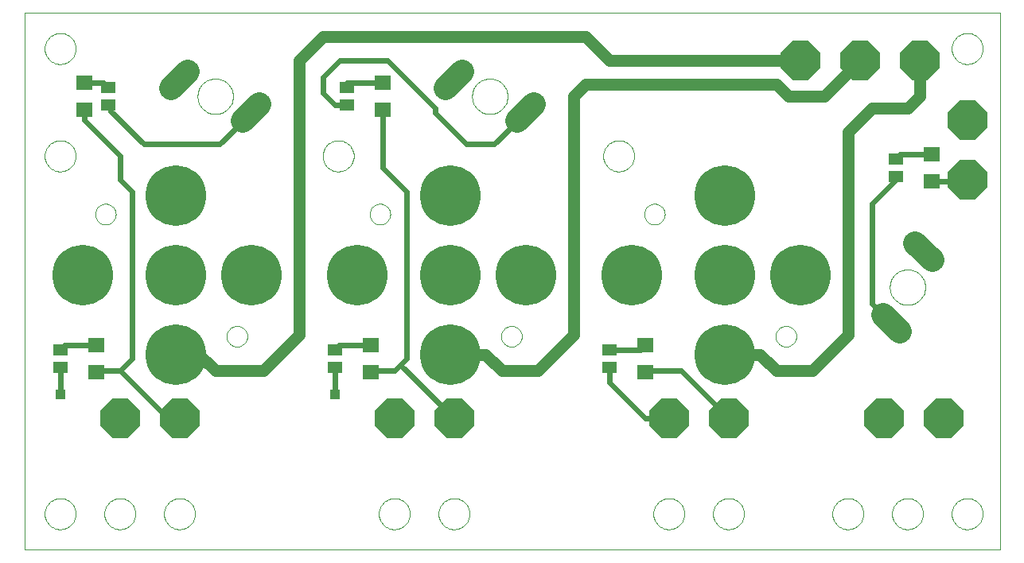
<source format=gtl>
G75*
G70*
%OFA0B0*%
%FSLAX24Y24*%
%IPPOS*%
%LPD*%
%AMOC8*
5,1,8,0,0,1.08239X$1,22.5*
%
%ADD10C,0.0000*%
%ADD11C,0.2540*%
%ADD12C,0.1000*%
%ADD13OC8,0.1640*%
%ADD14R,0.0710X0.0630*%
%ADD15R,0.0630X0.0512*%
%ADD16C,0.0500*%
%ADD17C,0.0240*%
%ADD18R,0.0396X0.0396*%
D10*
X000101Y003820D02*
X000101Y026316D01*
X040971Y026316D01*
X040971Y003820D01*
X000101Y003820D01*
X000951Y005320D02*
X000953Y005370D01*
X000959Y005420D01*
X000969Y005470D01*
X000982Y005518D01*
X000999Y005566D01*
X001020Y005612D01*
X001044Y005656D01*
X001072Y005698D01*
X001103Y005738D01*
X001137Y005775D01*
X001174Y005810D01*
X001213Y005841D01*
X001254Y005870D01*
X001298Y005895D01*
X001344Y005917D01*
X001391Y005935D01*
X001439Y005949D01*
X001488Y005960D01*
X001538Y005967D01*
X001588Y005970D01*
X001639Y005969D01*
X001689Y005964D01*
X001739Y005955D01*
X001787Y005943D01*
X001835Y005926D01*
X001881Y005906D01*
X001926Y005883D01*
X001969Y005856D01*
X002009Y005826D01*
X002047Y005793D01*
X002082Y005757D01*
X002115Y005718D01*
X002144Y005677D01*
X002170Y005634D01*
X002193Y005589D01*
X002212Y005542D01*
X002227Y005494D01*
X002239Y005445D01*
X002247Y005395D01*
X002251Y005345D01*
X002251Y005295D01*
X002247Y005245D01*
X002239Y005195D01*
X002227Y005146D01*
X002212Y005098D01*
X002193Y005051D01*
X002170Y005006D01*
X002144Y004963D01*
X002115Y004922D01*
X002082Y004883D01*
X002047Y004847D01*
X002009Y004814D01*
X001969Y004784D01*
X001926Y004757D01*
X001881Y004734D01*
X001835Y004714D01*
X001787Y004697D01*
X001739Y004685D01*
X001689Y004676D01*
X001639Y004671D01*
X001588Y004670D01*
X001538Y004673D01*
X001488Y004680D01*
X001439Y004691D01*
X001391Y004705D01*
X001344Y004723D01*
X001298Y004745D01*
X001254Y004770D01*
X001213Y004799D01*
X001174Y004830D01*
X001137Y004865D01*
X001103Y004902D01*
X001072Y004942D01*
X001044Y004984D01*
X001020Y005028D01*
X000999Y005074D01*
X000982Y005122D01*
X000969Y005170D01*
X000959Y005220D01*
X000953Y005270D01*
X000951Y005320D01*
X003451Y005320D02*
X003453Y005370D01*
X003459Y005420D01*
X003469Y005470D01*
X003482Y005518D01*
X003499Y005566D01*
X003520Y005612D01*
X003544Y005656D01*
X003572Y005698D01*
X003603Y005738D01*
X003637Y005775D01*
X003674Y005810D01*
X003713Y005841D01*
X003754Y005870D01*
X003798Y005895D01*
X003844Y005917D01*
X003891Y005935D01*
X003939Y005949D01*
X003988Y005960D01*
X004038Y005967D01*
X004088Y005970D01*
X004139Y005969D01*
X004189Y005964D01*
X004239Y005955D01*
X004287Y005943D01*
X004335Y005926D01*
X004381Y005906D01*
X004426Y005883D01*
X004469Y005856D01*
X004509Y005826D01*
X004547Y005793D01*
X004582Y005757D01*
X004615Y005718D01*
X004644Y005677D01*
X004670Y005634D01*
X004693Y005589D01*
X004712Y005542D01*
X004727Y005494D01*
X004739Y005445D01*
X004747Y005395D01*
X004751Y005345D01*
X004751Y005295D01*
X004747Y005245D01*
X004739Y005195D01*
X004727Y005146D01*
X004712Y005098D01*
X004693Y005051D01*
X004670Y005006D01*
X004644Y004963D01*
X004615Y004922D01*
X004582Y004883D01*
X004547Y004847D01*
X004509Y004814D01*
X004469Y004784D01*
X004426Y004757D01*
X004381Y004734D01*
X004335Y004714D01*
X004287Y004697D01*
X004239Y004685D01*
X004189Y004676D01*
X004139Y004671D01*
X004088Y004670D01*
X004038Y004673D01*
X003988Y004680D01*
X003939Y004691D01*
X003891Y004705D01*
X003844Y004723D01*
X003798Y004745D01*
X003754Y004770D01*
X003713Y004799D01*
X003674Y004830D01*
X003637Y004865D01*
X003603Y004902D01*
X003572Y004942D01*
X003544Y004984D01*
X003520Y005028D01*
X003499Y005074D01*
X003482Y005122D01*
X003469Y005170D01*
X003459Y005220D01*
X003453Y005270D01*
X003451Y005320D01*
X005951Y005320D02*
X005953Y005370D01*
X005959Y005420D01*
X005969Y005470D01*
X005982Y005518D01*
X005999Y005566D01*
X006020Y005612D01*
X006044Y005656D01*
X006072Y005698D01*
X006103Y005738D01*
X006137Y005775D01*
X006174Y005810D01*
X006213Y005841D01*
X006254Y005870D01*
X006298Y005895D01*
X006344Y005917D01*
X006391Y005935D01*
X006439Y005949D01*
X006488Y005960D01*
X006538Y005967D01*
X006588Y005970D01*
X006639Y005969D01*
X006689Y005964D01*
X006739Y005955D01*
X006787Y005943D01*
X006835Y005926D01*
X006881Y005906D01*
X006926Y005883D01*
X006969Y005856D01*
X007009Y005826D01*
X007047Y005793D01*
X007082Y005757D01*
X007115Y005718D01*
X007144Y005677D01*
X007170Y005634D01*
X007193Y005589D01*
X007212Y005542D01*
X007227Y005494D01*
X007239Y005445D01*
X007247Y005395D01*
X007251Y005345D01*
X007251Y005295D01*
X007247Y005245D01*
X007239Y005195D01*
X007227Y005146D01*
X007212Y005098D01*
X007193Y005051D01*
X007170Y005006D01*
X007144Y004963D01*
X007115Y004922D01*
X007082Y004883D01*
X007047Y004847D01*
X007009Y004814D01*
X006969Y004784D01*
X006926Y004757D01*
X006881Y004734D01*
X006835Y004714D01*
X006787Y004697D01*
X006739Y004685D01*
X006689Y004676D01*
X006639Y004671D01*
X006588Y004670D01*
X006538Y004673D01*
X006488Y004680D01*
X006439Y004691D01*
X006391Y004705D01*
X006344Y004723D01*
X006298Y004745D01*
X006254Y004770D01*
X006213Y004799D01*
X006174Y004830D01*
X006137Y004865D01*
X006103Y004902D01*
X006072Y004942D01*
X006044Y004984D01*
X006020Y005028D01*
X005999Y005074D01*
X005982Y005122D01*
X005969Y005170D01*
X005959Y005220D01*
X005953Y005270D01*
X005951Y005320D01*
X014951Y005320D02*
X014953Y005370D01*
X014959Y005420D01*
X014969Y005470D01*
X014982Y005518D01*
X014999Y005566D01*
X015020Y005612D01*
X015044Y005656D01*
X015072Y005698D01*
X015103Y005738D01*
X015137Y005775D01*
X015174Y005810D01*
X015213Y005841D01*
X015254Y005870D01*
X015298Y005895D01*
X015344Y005917D01*
X015391Y005935D01*
X015439Y005949D01*
X015488Y005960D01*
X015538Y005967D01*
X015588Y005970D01*
X015639Y005969D01*
X015689Y005964D01*
X015739Y005955D01*
X015787Y005943D01*
X015835Y005926D01*
X015881Y005906D01*
X015926Y005883D01*
X015969Y005856D01*
X016009Y005826D01*
X016047Y005793D01*
X016082Y005757D01*
X016115Y005718D01*
X016144Y005677D01*
X016170Y005634D01*
X016193Y005589D01*
X016212Y005542D01*
X016227Y005494D01*
X016239Y005445D01*
X016247Y005395D01*
X016251Y005345D01*
X016251Y005295D01*
X016247Y005245D01*
X016239Y005195D01*
X016227Y005146D01*
X016212Y005098D01*
X016193Y005051D01*
X016170Y005006D01*
X016144Y004963D01*
X016115Y004922D01*
X016082Y004883D01*
X016047Y004847D01*
X016009Y004814D01*
X015969Y004784D01*
X015926Y004757D01*
X015881Y004734D01*
X015835Y004714D01*
X015787Y004697D01*
X015739Y004685D01*
X015689Y004676D01*
X015639Y004671D01*
X015588Y004670D01*
X015538Y004673D01*
X015488Y004680D01*
X015439Y004691D01*
X015391Y004705D01*
X015344Y004723D01*
X015298Y004745D01*
X015254Y004770D01*
X015213Y004799D01*
X015174Y004830D01*
X015137Y004865D01*
X015103Y004902D01*
X015072Y004942D01*
X015044Y004984D01*
X015020Y005028D01*
X014999Y005074D01*
X014982Y005122D01*
X014969Y005170D01*
X014959Y005220D01*
X014953Y005270D01*
X014951Y005320D01*
X017451Y005320D02*
X017453Y005370D01*
X017459Y005420D01*
X017469Y005470D01*
X017482Y005518D01*
X017499Y005566D01*
X017520Y005612D01*
X017544Y005656D01*
X017572Y005698D01*
X017603Y005738D01*
X017637Y005775D01*
X017674Y005810D01*
X017713Y005841D01*
X017754Y005870D01*
X017798Y005895D01*
X017844Y005917D01*
X017891Y005935D01*
X017939Y005949D01*
X017988Y005960D01*
X018038Y005967D01*
X018088Y005970D01*
X018139Y005969D01*
X018189Y005964D01*
X018239Y005955D01*
X018287Y005943D01*
X018335Y005926D01*
X018381Y005906D01*
X018426Y005883D01*
X018469Y005856D01*
X018509Y005826D01*
X018547Y005793D01*
X018582Y005757D01*
X018615Y005718D01*
X018644Y005677D01*
X018670Y005634D01*
X018693Y005589D01*
X018712Y005542D01*
X018727Y005494D01*
X018739Y005445D01*
X018747Y005395D01*
X018751Y005345D01*
X018751Y005295D01*
X018747Y005245D01*
X018739Y005195D01*
X018727Y005146D01*
X018712Y005098D01*
X018693Y005051D01*
X018670Y005006D01*
X018644Y004963D01*
X018615Y004922D01*
X018582Y004883D01*
X018547Y004847D01*
X018509Y004814D01*
X018469Y004784D01*
X018426Y004757D01*
X018381Y004734D01*
X018335Y004714D01*
X018287Y004697D01*
X018239Y004685D01*
X018189Y004676D01*
X018139Y004671D01*
X018088Y004670D01*
X018038Y004673D01*
X017988Y004680D01*
X017939Y004691D01*
X017891Y004705D01*
X017844Y004723D01*
X017798Y004745D01*
X017754Y004770D01*
X017713Y004799D01*
X017674Y004830D01*
X017637Y004865D01*
X017603Y004902D01*
X017572Y004942D01*
X017544Y004984D01*
X017520Y005028D01*
X017499Y005074D01*
X017482Y005122D01*
X017469Y005170D01*
X017459Y005220D01*
X017453Y005270D01*
X017451Y005320D01*
X026451Y005320D02*
X026453Y005370D01*
X026459Y005420D01*
X026469Y005470D01*
X026482Y005518D01*
X026499Y005566D01*
X026520Y005612D01*
X026544Y005656D01*
X026572Y005698D01*
X026603Y005738D01*
X026637Y005775D01*
X026674Y005810D01*
X026713Y005841D01*
X026754Y005870D01*
X026798Y005895D01*
X026844Y005917D01*
X026891Y005935D01*
X026939Y005949D01*
X026988Y005960D01*
X027038Y005967D01*
X027088Y005970D01*
X027139Y005969D01*
X027189Y005964D01*
X027239Y005955D01*
X027287Y005943D01*
X027335Y005926D01*
X027381Y005906D01*
X027426Y005883D01*
X027469Y005856D01*
X027509Y005826D01*
X027547Y005793D01*
X027582Y005757D01*
X027615Y005718D01*
X027644Y005677D01*
X027670Y005634D01*
X027693Y005589D01*
X027712Y005542D01*
X027727Y005494D01*
X027739Y005445D01*
X027747Y005395D01*
X027751Y005345D01*
X027751Y005295D01*
X027747Y005245D01*
X027739Y005195D01*
X027727Y005146D01*
X027712Y005098D01*
X027693Y005051D01*
X027670Y005006D01*
X027644Y004963D01*
X027615Y004922D01*
X027582Y004883D01*
X027547Y004847D01*
X027509Y004814D01*
X027469Y004784D01*
X027426Y004757D01*
X027381Y004734D01*
X027335Y004714D01*
X027287Y004697D01*
X027239Y004685D01*
X027189Y004676D01*
X027139Y004671D01*
X027088Y004670D01*
X027038Y004673D01*
X026988Y004680D01*
X026939Y004691D01*
X026891Y004705D01*
X026844Y004723D01*
X026798Y004745D01*
X026754Y004770D01*
X026713Y004799D01*
X026674Y004830D01*
X026637Y004865D01*
X026603Y004902D01*
X026572Y004942D01*
X026544Y004984D01*
X026520Y005028D01*
X026499Y005074D01*
X026482Y005122D01*
X026469Y005170D01*
X026459Y005220D01*
X026453Y005270D01*
X026451Y005320D01*
X028951Y005320D02*
X028953Y005370D01*
X028959Y005420D01*
X028969Y005470D01*
X028982Y005518D01*
X028999Y005566D01*
X029020Y005612D01*
X029044Y005656D01*
X029072Y005698D01*
X029103Y005738D01*
X029137Y005775D01*
X029174Y005810D01*
X029213Y005841D01*
X029254Y005870D01*
X029298Y005895D01*
X029344Y005917D01*
X029391Y005935D01*
X029439Y005949D01*
X029488Y005960D01*
X029538Y005967D01*
X029588Y005970D01*
X029639Y005969D01*
X029689Y005964D01*
X029739Y005955D01*
X029787Y005943D01*
X029835Y005926D01*
X029881Y005906D01*
X029926Y005883D01*
X029969Y005856D01*
X030009Y005826D01*
X030047Y005793D01*
X030082Y005757D01*
X030115Y005718D01*
X030144Y005677D01*
X030170Y005634D01*
X030193Y005589D01*
X030212Y005542D01*
X030227Y005494D01*
X030239Y005445D01*
X030247Y005395D01*
X030251Y005345D01*
X030251Y005295D01*
X030247Y005245D01*
X030239Y005195D01*
X030227Y005146D01*
X030212Y005098D01*
X030193Y005051D01*
X030170Y005006D01*
X030144Y004963D01*
X030115Y004922D01*
X030082Y004883D01*
X030047Y004847D01*
X030009Y004814D01*
X029969Y004784D01*
X029926Y004757D01*
X029881Y004734D01*
X029835Y004714D01*
X029787Y004697D01*
X029739Y004685D01*
X029689Y004676D01*
X029639Y004671D01*
X029588Y004670D01*
X029538Y004673D01*
X029488Y004680D01*
X029439Y004691D01*
X029391Y004705D01*
X029344Y004723D01*
X029298Y004745D01*
X029254Y004770D01*
X029213Y004799D01*
X029174Y004830D01*
X029137Y004865D01*
X029103Y004902D01*
X029072Y004942D01*
X029044Y004984D01*
X029020Y005028D01*
X028999Y005074D01*
X028982Y005122D01*
X028969Y005170D01*
X028959Y005220D01*
X028953Y005270D01*
X028951Y005320D01*
X033951Y005320D02*
X033953Y005370D01*
X033959Y005420D01*
X033969Y005470D01*
X033982Y005518D01*
X033999Y005566D01*
X034020Y005612D01*
X034044Y005656D01*
X034072Y005698D01*
X034103Y005738D01*
X034137Y005775D01*
X034174Y005810D01*
X034213Y005841D01*
X034254Y005870D01*
X034298Y005895D01*
X034344Y005917D01*
X034391Y005935D01*
X034439Y005949D01*
X034488Y005960D01*
X034538Y005967D01*
X034588Y005970D01*
X034639Y005969D01*
X034689Y005964D01*
X034739Y005955D01*
X034787Y005943D01*
X034835Y005926D01*
X034881Y005906D01*
X034926Y005883D01*
X034969Y005856D01*
X035009Y005826D01*
X035047Y005793D01*
X035082Y005757D01*
X035115Y005718D01*
X035144Y005677D01*
X035170Y005634D01*
X035193Y005589D01*
X035212Y005542D01*
X035227Y005494D01*
X035239Y005445D01*
X035247Y005395D01*
X035251Y005345D01*
X035251Y005295D01*
X035247Y005245D01*
X035239Y005195D01*
X035227Y005146D01*
X035212Y005098D01*
X035193Y005051D01*
X035170Y005006D01*
X035144Y004963D01*
X035115Y004922D01*
X035082Y004883D01*
X035047Y004847D01*
X035009Y004814D01*
X034969Y004784D01*
X034926Y004757D01*
X034881Y004734D01*
X034835Y004714D01*
X034787Y004697D01*
X034739Y004685D01*
X034689Y004676D01*
X034639Y004671D01*
X034588Y004670D01*
X034538Y004673D01*
X034488Y004680D01*
X034439Y004691D01*
X034391Y004705D01*
X034344Y004723D01*
X034298Y004745D01*
X034254Y004770D01*
X034213Y004799D01*
X034174Y004830D01*
X034137Y004865D01*
X034103Y004902D01*
X034072Y004942D01*
X034044Y004984D01*
X034020Y005028D01*
X033999Y005074D01*
X033982Y005122D01*
X033969Y005170D01*
X033959Y005220D01*
X033953Y005270D01*
X033951Y005320D01*
X036451Y005320D02*
X036453Y005370D01*
X036459Y005420D01*
X036469Y005470D01*
X036482Y005518D01*
X036499Y005566D01*
X036520Y005612D01*
X036544Y005656D01*
X036572Y005698D01*
X036603Y005738D01*
X036637Y005775D01*
X036674Y005810D01*
X036713Y005841D01*
X036754Y005870D01*
X036798Y005895D01*
X036844Y005917D01*
X036891Y005935D01*
X036939Y005949D01*
X036988Y005960D01*
X037038Y005967D01*
X037088Y005970D01*
X037139Y005969D01*
X037189Y005964D01*
X037239Y005955D01*
X037287Y005943D01*
X037335Y005926D01*
X037381Y005906D01*
X037426Y005883D01*
X037469Y005856D01*
X037509Y005826D01*
X037547Y005793D01*
X037582Y005757D01*
X037615Y005718D01*
X037644Y005677D01*
X037670Y005634D01*
X037693Y005589D01*
X037712Y005542D01*
X037727Y005494D01*
X037739Y005445D01*
X037747Y005395D01*
X037751Y005345D01*
X037751Y005295D01*
X037747Y005245D01*
X037739Y005195D01*
X037727Y005146D01*
X037712Y005098D01*
X037693Y005051D01*
X037670Y005006D01*
X037644Y004963D01*
X037615Y004922D01*
X037582Y004883D01*
X037547Y004847D01*
X037509Y004814D01*
X037469Y004784D01*
X037426Y004757D01*
X037381Y004734D01*
X037335Y004714D01*
X037287Y004697D01*
X037239Y004685D01*
X037189Y004676D01*
X037139Y004671D01*
X037088Y004670D01*
X037038Y004673D01*
X036988Y004680D01*
X036939Y004691D01*
X036891Y004705D01*
X036844Y004723D01*
X036798Y004745D01*
X036754Y004770D01*
X036713Y004799D01*
X036674Y004830D01*
X036637Y004865D01*
X036603Y004902D01*
X036572Y004942D01*
X036544Y004984D01*
X036520Y005028D01*
X036499Y005074D01*
X036482Y005122D01*
X036469Y005170D01*
X036459Y005220D01*
X036453Y005270D01*
X036451Y005320D01*
X038951Y005320D02*
X038953Y005370D01*
X038959Y005420D01*
X038969Y005470D01*
X038982Y005518D01*
X038999Y005566D01*
X039020Y005612D01*
X039044Y005656D01*
X039072Y005698D01*
X039103Y005738D01*
X039137Y005775D01*
X039174Y005810D01*
X039213Y005841D01*
X039254Y005870D01*
X039298Y005895D01*
X039344Y005917D01*
X039391Y005935D01*
X039439Y005949D01*
X039488Y005960D01*
X039538Y005967D01*
X039588Y005970D01*
X039639Y005969D01*
X039689Y005964D01*
X039739Y005955D01*
X039787Y005943D01*
X039835Y005926D01*
X039881Y005906D01*
X039926Y005883D01*
X039969Y005856D01*
X040009Y005826D01*
X040047Y005793D01*
X040082Y005757D01*
X040115Y005718D01*
X040144Y005677D01*
X040170Y005634D01*
X040193Y005589D01*
X040212Y005542D01*
X040227Y005494D01*
X040239Y005445D01*
X040247Y005395D01*
X040251Y005345D01*
X040251Y005295D01*
X040247Y005245D01*
X040239Y005195D01*
X040227Y005146D01*
X040212Y005098D01*
X040193Y005051D01*
X040170Y005006D01*
X040144Y004963D01*
X040115Y004922D01*
X040082Y004883D01*
X040047Y004847D01*
X040009Y004814D01*
X039969Y004784D01*
X039926Y004757D01*
X039881Y004734D01*
X039835Y004714D01*
X039787Y004697D01*
X039739Y004685D01*
X039689Y004676D01*
X039639Y004671D01*
X039588Y004670D01*
X039538Y004673D01*
X039488Y004680D01*
X039439Y004691D01*
X039391Y004705D01*
X039344Y004723D01*
X039298Y004745D01*
X039254Y004770D01*
X039213Y004799D01*
X039174Y004830D01*
X039137Y004865D01*
X039103Y004902D01*
X039072Y004942D01*
X039044Y004984D01*
X039020Y005028D01*
X038999Y005074D01*
X038982Y005122D01*
X038969Y005170D01*
X038959Y005220D01*
X038953Y005270D01*
X038951Y005320D01*
X031577Y012761D02*
X031579Y012802D01*
X031585Y012843D01*
X031595Y012883D01*
X031608Y012922D01*
X031625Y012959D01*
X031646Y012995D01*
X031670Y013029D01*
X031697Y013060D01*
X031726Y013088D01*
X031759Y013114D01*
X031793Y013136D01*
X031830Y013155D01*
X031868Y013170D01*
X031908Y013182D01*
X031948Y013190D01*
X031989Y013194D01*
X032031Y013194D01*
X032072Y013190D01*
X032112Y013182D01*
X032152Y013170D01*
X032190Y013155D01*
X032226Y013136D01*
X032261Y013114D01*
X032294Y013088D01*
X032323Y013060D01*
X032350Y013029D01*
X032374Y012995D01*
X032395Y012959D01*
X032412Y012922D01*
X032425Y012883D01*
X032435Y012843D01*
X032441Y012802D01*
X032443Y012761D01*
X032441Y012720D01*
X032435Y012679D01*
X032425Y012639D01*
X032412Y012600D01*
X032395Y012563D01*
X032374Y012527D01*
X032350Y012493D01*
X032323Y012462D01*
X032294Y012434D01*
X032261Y012408D01*
X032227Y012386D01*
X032190Y012367D01*
X032152Y012352D01*
X032112Y012340D01*
X032072Y012332D01*
X032031Y012328D01*
X031989Y012328D01*
X031948Y012332D01*
X031908Y012340D01*
X031868Y012352D01*
X031830Y012367D01*
X031794Y012386D01*
X031759Y012408D01*
X031726Y012434D01*
X031697Y012462D01*
X031670Y012493D01*
X031646Y012527D01*
X031625Y012563D01*
X031608Y012600D01*
X031595Y012639D01*
X031585Y012679D01*
X031579Y012720D01*
X031577Y012761D01*
X036357Y014820D02*
X036359Y014874D01*
X036365Y014928D01*
X036375Y014982D01*
X036389Y015034D01*
X036406Y015086D01*
X036427Y015136D01*
X036452Y015184D01*
X036481Y015231D01*
X036512Y015275D01*
X036547Y015316D01*
X036585Y015356D01*
X036625Y015392D01*
X036668Y015425D01*
X036713Y015455D01*
X036761Y015482D01*
X036810Y015505D01*
X036861Y015524D01*
X036913Y015540D01*
X036966Y015552D01*
X037020Y015560D01*
X037074Y015564D01*
X037128Y015564D01*
X037182Y015560D01*
X037236Y015552D01*
X037289Y015540D01*
X037341Y015524D01*
X037392Y015505D01*
X037441Y015482D01*
X037489Y015455D01*
X037534Y015425D01*
X037577Y015392D01*
X037617Y015356D01*
X037655Y015316D01*
X037690Y015275D01*
X037721Y015231D01*
X037750Y015184D01*
X037775Y015136D01*
X037796Y015086D01*
X037813Y015034D01*
X037827Y014982D01*
X037837Y014928D01*
X037843Y014874D01*
X037845Y014820D01*
X037843Y014766D01*
X037837Y014712D01*
X037827Y014658D01*
X037813Y014606D01*
X037796Y014554D01*
X037775Y014504D01*
X037750Y014456D01*
X037721Y014409D01*
X037690Y014365D01*
X037655Y014324D01*
X037617Y014284D01*
X037577Y014248D01*
X037534Y014215D01*
X037489Y014185D01*
X037441Y014158D01*
X037392Y014135D01*
X037341Y014116D01*
X037289Y014100D01*
X037236Y014088D01*
X037182Y014080D01*
X037128Y014076D01*
X037074Y014076D01*
X037020Y014080D01*
X036966Y014088D01*
X036913Y014100D01*
X036861Y014116D01*
X036810Y014135D01*
X036761Y014158D01*
X036713Y014185D01*
X036668Y014215D01*
X036625Y014248D01*
X036585Y014284D01*
X036547Y014324D01*
X036512Y014365D01*
X036481Y014409D01*
X036452Y014456D01*
X036427Y014504D01*
X036406Y014554D01*
X036389Y014606D01*
X036375Y014658D01*
X036365Y014712D01*
X036359Y014766D01*
X036357Y014820D01*
X026065Y017879D02*
X026067Y017920D01*
X026073Y017961D01*
X026083Y018001D01*
X026096Y018040D01*
X026113Y018077D01*
X026134Y018113D01*
X026158Y018147D01*
X026185Y018178D01*
X026214Y018206D01*
X026247Y018232D01*
X026281Y018254D01*
X026318Y018273D01*
X026356Y018288D01*
X026396Y018300D01*
X026436Y018308D01*
X026477Y018312D01*
X026519Y018312D01*
X026560Y018308D01*
X026600Y018300D01*
X026640Y018288D01*
X026678Y018273D01*
X026714Y018254D01*
X026749Y018232D01*
X026782Y018206D01*
X026811Y018178D01*
X026838Y018147D01*
X026862Y018113D01*
X026883Y018077D01*
X026900Y018040D01*
X026913Y018001D01*
X026923Y017961D01*
X026929Y017920D01*
X026931Y017879D01*
X026929Y017838D01*
X026923Y017797D01*
X026913Y017757D01*
X026900Y017718D01*
X026883Y017681D01*
X026862Y017645D01*
X026838Y017611D01*
X026811Y017580D01*
X026782Y017552D01*
X026749Y017526D01*
X026715Y017504D01*
X026678Y017485D01*
X026640Y017470D01*
X026600Y017458D01*
X026560Y017450D01*
X026519Y017446D01*
X026477Y017446D01*
X026436Y017450D01*
X026396Y017458D01*
X026356Y017470D01*
X026318Y017485D01*
X026282Y017504D01*
X026247Y017526D01*
X026214Y017552D01*
X026185Y017580D01*
X026158Y017611D01*
X026134Y017645D01*
X026113Y017681D01*
X026096Y017718D01*
X026083Y017757D01*
X026073Y017797D01*
X026067Y017838D01*
X026065Y017879D01*
X024351Y020320D02*
X024353Y020370D01*
X024359Y020420D01*
X024369Y020470D01*
X024382Y020518D01*
X024399Y020566D01*
X024420Y020612D01*
X024444Y020656D01*
X024472Y020698D01*
X024503Y020738D01*
X024537Y020775D01*
X024574Y020810D01*
X024613Y020841D01*
X024654Y020870D01*
X024698Y020895D01*
X024744Y020917D01*
X024791Y020935D01*
X024839Y020949D01*
X024888Y020960D01*
X024938Y020967D01*
X024988Y020970D01*
X025039Y020969D01*
X025089Y020964D01*
X025139Y020955D01*
X025187Y020943D01*
X025235Y020926D01*
X025281Y020906D01*
X025326Y020883D01*
X025369Y020856D01*
X025409Y020826D01*
X025447Y020793D01*
X025482Y020757D01*
X025515Y020718D01*
X025544Y020677D01*
X025570Y020634D01*
X025593Y020589D01*
X025612Y020542D01*
X025627Y020494D01*
X025639Y020445D01*
X025647Y020395D01*
X025651Y020345D01*
X025651Y020295D01*
X025647Y020245D01*
X025639Y020195D01*
X025627Y020146D01*
X025612Y020098D01*
X025593Y020051D01*
X025570Y020006D01*
X025544Y019963D01*
X025515Y019922D01*
X025482Y019883D01*
X025447Y019847D01*
X025409Y019814D01*
X025369Y019784D01*
X025326Y019757D01*
X025281Y019734D01*
X025235Y019714D01*
X025187Y019697D01*
X025139Y019685D01*
X025089Y019676D01*
X025039Y019671D01*
X024988Y019670D01*
X024938Y019673D01*
X024888Y019680D01*
X024839Y019691D01*
X024791Y019705D01*
X024744Y019723D01*
X024698Y019745D01*
X024654Y019770D01*
X024613Y019799D01*
X024574Y019830D01*
X024537Y019865D01*
X024503Y019902D01*
X024472Y019942D01*
X024444Y019984D01*
X024420Y020028D01*
X024399Y020074D01*
X024382Y020122D01*
X024369Y020170D01*
X024359Y020220D01*
X024353Y020270D01*
X024351Y020320D01*
X018857Y022820D02*
X018859Y022874D01*
X018865Y022928D01*
X018875Y022982D01*
X018889Y023034D01*
X018906Y023086D01*
X018927Y023136D01*
X018952Y023184D01*
X018981Y023231D01*
X019012Y023275D01*
X019047Y023316D01*
X019085Y023356D01*
X019125Y023392D01*
X019168Y023425D01*
X019213Y023455D01*
X019261Y023482D01*
X019310Y023505D01*
X019361Y023524D01*
X019413Y023540D01*
X019466Y023552D01*
X019520Y023560D01*
X019574Y023564D01*
X019628Y023564D01*
X019682Y023560D01*
X019736Y023552D01*
X019789Y023540D01*
X019841Y023524D01*
X019892Y023505D01*
X019941Y023482D01*
X019989Y023455D01*
X020034Y023425D01*
X020077Y023392D01*
X020117Y023356D01*
X020155Y023316D01*
X020190Y023275D01*
X020221Y023231D01*
X020250Y023184D01*
X020275Y023136D01*
X020296Y023086D01*
X020313Y023034D01*
X020327Y022982D01*
X020337Y022928D01*
X020343Y022874D01*
X020345Y022820D01*
X020343Y022766D01*
X020337Y022712D01*
X020327Y022658D01*
X020313Y022606D01*
X020296Y022554D01*
X020275Y022504D01*
X020250Y022456D01*
X020221Y022409D01*
X020190Y022365D01*
X020155Y022324D01*
X020117Y022284D01*
X020077Y022248D01*
X020034Y022215D01*
X019989Y022185D01*
X019941Y022158D01*
X019892Y022135D01*
X019841Y022116D01*
X019789Y022100D01*
X019736Y022088D01*
X019682Y022080D01*
X019628Y022076D01*
X019574Y022076D01*
X019520Y022080D01*
X019466Y022088D01*
X019413Y022100D01*
X019361Y022116D01*
X019310Y022135D01*
X019261Y022158D01*
X019213Y022185D01*
X019168Y022215D01*
X019125Y022248D01*
X019085Y022284D01*
X019047Y022324D01*
X019012Y022365D01*
X018981Y022409D01*
X018952Y022456D01*
X018927Y022504D01*
X018906Y022554D01*
X018889Y022606D01*
X018875Y022658D01*
X018865Y022712D01*
X018859Y022766D01*
X018857Y022820D01*
X012601Y020320D02*
X012603Y020370D01*
X012609Y020420D01*
X012619Y020470D01*
X012632Y020518D01*
X012649Y020566D01*
X012670Y020612D01*
X012694Y020656D01*
X012722Y020698D01*
X012753Y020738D01*
X012787Y020775D01*
X012824Y020810D01*
X012863Y020841D01*
X012904Y020870D01*
X012948Y020895D01*
X012994Y020917D01*
X013041Y020935D01*
X013089Y020949D01*
X013138Y020960D01*
X013188Y020967D01*
X013238Y020970D01*
X013289Y020969D01*
X013339Y020964D01*
X013389Y020955D01*
X013437Y020943D01*
X013485Y020926D01*
X013531Y020906D01*
X013576Y020883D01*
X013619Y020856D01*
X013659Y020826D01*
X013697Y020793D01*
X013732Y020757D01*
X013765Y020718D01*
X013794Y020677D01*
X013820Y020634D01*
X013843Y020589D01*
X013862Y020542D01*
X013877Y020494D01*
X013889Y020445D01*
X013897Y020395D01*
X013901Y020345D01*
X013901Y020295D01*
X013897Y020245D01*
X013889Y020195D01*
X013877Y020146D01*
X013862Y020098D01*
X013843Y020051D01*
X013820Y020006D01*
X013794Y019963D01*
X013765Y019922D01*
X013732Y019883D01*
X013697Y019847D01*
X013659Y019814D01*
X013619Y019784D01*
X013576Y019757D01*
X013531Y019734D01*
X013485Y019714D01*
X013437Y019697D01*
X013389Y019685D01*
X013339Y019676D01*
X013289Y019671D01*
X013238Y019670D01*
X013188Y019673D01*
X013138Y019680D01*
X013089Y019691D01*
X013041Y019705D01*
X012994Y019723D01*
X012948Y019745D01*
X012904Y019770D01*
X012863Y019799D01*
X012824Y019830D01*
X012787Y019865D01*
X012753Y019902D01*
X012722Y019942D01*
X012694Y019984D01*
X012670Y020028D01*
X012649Y020074D01*
X012632Y020122D01*
X012619Y020170D01*
X012609Y020220D01*
X012603Y020270D01*
X012601Y020320D01*
X014565Y017879D02*
X014567Y017920D01*
X014573Y017961D01*
X014583Y018001D01*
X014596Y018040D01*
X014613Y018077D01*
X014634Y018113D01*
X014658Y018147D01*
X014685Y018178D01*
X014714Y018206D01*
X014747Y018232D01*
X014781Y018254D01*
X014818Y018273D01*
X014856Y018288D01*
X014896Y018300D01*
X014936Y018308D01*
X014977Y018312D01*
X015019Y018312D01*
X015060Y018308D01*
X015100Y018300D01*
X015140Y018288D01*
X015178Y018273D01*
X015214Y018254D01*
X015249Y018232D01*
X015282Y018206D01*
X015311Y018178D01*
X015338Y018147D01*
X015362Y018113D01*
X015383Y018077D01*
X015400Y018040D01*
X015413Y018001D01*
X015423Y017961D01*
X015429Y017920D01*
X015431Y017879D01*
X015429Y017838D01*
X015423Y017797D01*
X015413Y017757D01*
X015400Y017718D01*
X015383Y017681D01*
X015362Y017645D01*
X015338Y017611D01*
X015311Y017580D01*
X015282Y017552D01*
X015249Y017526D01*
X015215Y017504D01*
X015178Y017485D01*
X015140Y017470D01*
X015100Y017458D01*
X015060Y017450D01*
X015019Y017446D01*
X014977Y017446D01*
X014936Y017450D01*
X014896Y017458D01*
X014856Y017470D01*
X014818Y017485D01*
X014782Y017504D01*
X014747Y017526D01*
X014714Y017552D01*
X014685Y017580D01*
X014658Y017611D01*
X014634Y017645D01*
X014613Y017681D01*
X014596Y017718D01*
X014583Y017757D01*
X014573Y017797D01*
X014567Y017838D01*
X014565Y017879D01*
X007357Y022820D02*
X007359Y022874D01*
X007365Y022928D01*
X007375Y022982D01*
X007389Y023034D01*
X007406Y023086D01*
X007427Y023136D01*
X007452Y023184D01*
X007481Y023231D01*
X007512Y023275D01*
X007547Y023316D01*
X007585Y023356D01*
X007625Y023392D01*
X007668Y023425D01*
X007713Y023455D01*
X007761Y023482D01*
X007810Y023505D01*
X007861Y023524D01*
X007913Y023540D01*
X007966Y023552D01*
X008020Y023560D01*
X008074Y023564D01*
X008128Y023564D01*
X008182Y023560D01*
X008236Y023552D01*
X008289Y023540D01*
X008341Y023524D01*
X008392Y023505D01*
X008441Y023482D01*
X008489Y023455D01*
X008534Y023425D01*
X008577Y023392D01*
X008617Y023356D01*
X008655Y023316D01*
X008690Y023275D01*
X008721Y023231D01*
X008750Y023184D01*
X008775Y023136D01*
X008796Y023086D01*
X008813Y023034D01*
X008827Y022982D01*
X008837Y022928D01*
X008843Y022874D01*
X008845Y022820D01*
X008843Y022766D01*
X008837Y022712D01*
X008827Y022658D01*
X008813Y022606D01*
X008796Y022554D01*
X008775Y022504D01*
X008750Y022456D01*
X008721Y022409D01*
X008690Y022365D01*
X008655Y022324D01*
X008617Y022284D01*
X008577Y022248D01*
X008534Y022215D01*
X008489Y022185D01*
X008441Y022158D01*
X008392Y022135D01*
X008341Y022116D01*
X008289Y022100D01*
X008236Y022088D01*
X008182Y022080D01*
X008128Y022076D01*
X008074Y022076D01*
X008020Y022080D01*
X007966Y022088D01*
X007913Y022100D01*
X007861Y022116D01*
X007810Y022135D01*
X007761Y022158D01*
X007713Y022185D01*
X007668Y022215D01*
X007625Y022248D01*
X007585Y022284D01*
X007547Y022324D01*
X007512Y022365D01*
X007481Y022409D01*
X007452Y022456D01*
X007427Y022504D01*
X007406Y022554D01*
X007389Y022606D01*
X007375Y022658D01*
X007365Y022712D01*
X007359Y022766D01*
X007357Y022820D01*
X000951Y024820D02*
X000953Y024870D01*
X000959Y024920D01*
X000969Y024970D01*
X000982Y025018D01*
X000999Y025066D01*
X001020Y025112D01*
X001044Y025156D01*
X001072Y025198D01*
X001103Y025238D01*
X001137Y025275D01*
X001174Y025310D01*
X001213Y025341D01*
X001254Y025370D01*
X001298Y025395D01*
X001344Y025417D01*
X001391Y025435D01*
X001439Y025449D01*
X001488Y025460D01*
X001538Y025467D01*
X001588Y025470D01*
X001639Y025469D01*
X001689Y025464D01*
X001739Y025455D01*
X001787Y025443D01*
X001835Y025426D01*
X001881Y025406D01*
X001926Y025383D01*
X001969Y025356D01*
X002009Y025326D01*
X002047Y025293D01*
X002082Y025257D01*
X002115Y025218D01*
X002144Y025177D01*
X002170Y025134D01*
X002193Y025089D01*
X002212Y025042D01*
X002227Y024994D01*
X002239Y024945D01*
X002247Y024895D01*
X002251Y024845D01*
X002251Y024795D01*
X002247Y024745D01*
X002239Y024695D01*
X002227Y024646D01*
X002212Y024598D01*
X002193Y024551D01*
X002170Y024506D01*
X002144Y024463D01*
X002115Y024422D01*
X002082Y024383D01*
X002047Y024347D01*
X002009Y024314D01*
X001969Y024284D01*
X001926Y024257D01*
X001881Y024234D01*
X001835Y024214D01*
X001787Y024197D01*
X001739Y024185D01*
X001689Y024176D01*
X001639Y024171D01*
X001588Y024170D01*
X001538Y024173D01*
X001488Y024180D01*
X001439Y024191D01*
X001391Y024205D01*
X001344Y024223D01*
X001298Y024245D01*
X001254Y024270D01*
X001213Y024299D01*
X001174Y024330D01*
X001137Y024365D01*
X001103Y024402D01*
X001072Y024442D01*
X001044Y024484D01*
X001020Y024528D01*
X000999Y024574D01*
X000982Y024622D01*
X000969Y024670D01*
X000959Y024720D01*
X000953Y024770D01*
X000951Y024820D01*
X000951Y020320D02*
X000953Y020370D01*
X000959Y020420D01*
X000969Y020470D01*
X000982Y020518D01*
X000999Y020566D01*
X001020Y020612D01*
X001044Y020656D01*
X001072Y020698D01*
X001103Y020738D01*
X001137Y020775D01*
X001174Y020810D01*
X001213Y020841D01*
X001254Y020870D01*
X001298Y020895D01*
X001344Y020917D01*
X001391Y020935D01*
X001439Y020949D01*
X001488Y020960D01*
X001538Y020967D01*
X001588Y020970D01*
X001639Y020969D01*
X001689Y020964D01*
X001739Y020955D01*
X001787Y020943D01*
X001835Y020926D01*
X001881Y020906D01*
X001926Y020883D01*
X001969Y020856D01*
X002009Y020826D01*
X002047Y020793D01*
X002082Y020757D01*
X002115Y020718D01*
X002144Y020677D01*
X002170Y020634D01*
X002193Y020589D01*
X002212Y020542D01*
X002227Y020494D01*
X002239Y020445D01*
X002247Y020395D01*
X002251Y020345D01*
X002251Y020295D01*
X002247Y020245D01*
X002239Y020195D01*
X002227Y020146D01*
X002212Y020098D01*
X002193Y020051D01*
X002170Y020006D01*
X002144Y019963D01*
X002115Y019922D01*
X002082Y019883D01*
X002047Y019847D01*
X002009Y019814D01*
X001969Y019784D01*
X001926Y019757D01*
X001881Y019734D01*
X001835Y019714D01*
X001787Y019697D01*
X001739Y019685D01*
X001689Y019676D01*
X001639Y019671D01*
X001588Y019670D01*
X001538Y019673D01*
X001488Y019680D01*
X001439Y019691D01*
X001391Y019705D01*
X001344Y019723D01*
X001298Y019745D01*
X001254Y019770D01*
X001213Y019799D01*
X001174Y019830D01*
X001137Y019865D01*
X001103Y019902D01*
X001072Y019942D01*
X001044Y019984D01*
X001020Y020028D01*
X000999Y020074D01*
X000982Y020122D01*
X000969Y020170D01*
X000959Y020220D01*
X000953Y020270D01*
X000951Y020320D01*
X003065Y017879D02*
X003067Y017920D01*
X003073Y017961D01*
X003083Y018001D01*
X003096Y018040D01*
X003113Y018077D01*
X003134Y018113D01*
X003158Y018147D01*
X003185Y018178D01*
X003214Y018206D01*
X003247Y018232D01*
X003281Y018254D01*
X003318Y018273D01*
X003356Y018288D01*
X003396Y018300D01*
X003436Y018308D01*
X003477Y018312D01*
X003519Y018312D01*
X003560Y018308D01*
X003600Y018300D01*
X003640Y018288D01*
X003678Y018273D01*
X003714Y018254D01*
X003749Y018232D01*
X003782Y018206D01*
X003811Y018178D01*
X003838Y018147D01*
X003862Y018113D01*
X003883Y018077D01*
X003900Y018040D01*
X003913Y018001D01*
X003923Y017961D01*
X003929Y017920D01*
X003931Y017879D01*
X003929Y017838D01*
X003923Y017797D01*
X003913Y017757D01*
X003900Y017718D01*
X003883Y017681D01*
X003862Y017645D01*
X003838Y017611D01*
X003811Y017580D01*
X003782Y017552D01*
X003749Y017526D01*
X003715Y017504D01*
X003678Y017485D01*
X003640Y017470D01*
X003600Y017458D01*
X003560Y017450D01*
X003519Y017446D01*
X003477Y017446D01*
X003436Y017450D01*
X003396Y017458D01*
X003356Y017470D01*
X003318Y017485D01*
X003282Y017504D01*
X003247Y017526D01*
X003214Y017552D01*
X003185Y017580D01*
X003158Y017611D01*
X003134Y017645D01*
X003113Y017681D01*
X003096Y017718D01*
X003083Y017757D01*
X003073Y017797D01*
X003067Y017838D01*
X003065Y017879D01*
X008577Y012761D02*
X008579Y012802D01*
X008585Y012843D01*
X008595Y012883D01*
X008608Y012922D01*
X008625Y012959D01*
X008646Y012995D01*
X008670Y013029D01*
X008697Y013060D01*
X008726Y013088D01*
X008759Y013114D01*
X008793Y013136D01*
X008830Y013155D01*
X008868Y013170D01*
X008908Y013182D01*
X008948Y013190D01*
X008989Y013194D01*
X009031Y013194D01*
X009072Y013190D01*
X009112Y013182D01*
X009152Y013170D01*
X009190Y013155D01*
X009226Y013136D01*
X009261Y013114D01*
X009294Y013088D01*
X009323Y013060D01*
X009350Y013029D01*
X009374Y012995D01*
X009395Y012959D01*
X009412Y012922D01*
X009425Y012883D01*
X009435Y012843D01*
X009441Y012802D01*
X009443Y012761D01*
X009441Y012720D01*
X009435Y012679D01*
X009425Y012639D01*
X009412Y012600D01*
X009395Y012563D01*
X009374Y012527D01*
X009350Y012493D01*
X009323Y012462D01*
X009294Y012434D01*
X009261Y012408D01*
X009227Y012386D01*
X009190Y012367D01*
X009152Y012352D01*
X009112Y012340D01*
X009072Y012332D01*
X009031Y012328D01*
X008989Y012328D01*
X008948Y012332D01*
X008908Y012340D01*
X008868Y012352D01*
X008830Y012367D01*
X008794Y012386D01*
X008759Y012408D01*
X008726Y012434D01*
X008697Y012462D01*
X008670Y012493D01*
X008646Y012527D01*
X008625Y012563D01*
X008608Y012600D01*
X008595Y012639D01*
X008585Y012679D01*
X008579Y012720D01*
X008577Y012761D01*
X020077Y012761D02*
X020079Y012802D01*
X020085Y012843D01*
X020095Y012883D01*
X020108Y012922D01*
X020125Y012959D01*
X020146Y012995D01*
X020170Y013029D01*
X020197Y013060D01*
X020226Y013088D01*
X020259Y013114D01*
X020293Y013136D01*
X020330Y013155D01*
X020368Y013170D01*
X020408Y013182D01*
X020448Y013190D01*
X020489Y013194D01*
X020531Y013194D01*
X020572Y013190D01*
X020612Y013182D01*
X020652Y013170D01*
X020690Y013155D01*
X020726Y013136D01*
X020761Y013114D01*
X020794Y013088D01*
X020823Y013060D01*
X020850Y013029D01*
X020874Y012995D01*
X020895Y012959D01*
X020912Y012922D01*
X020925Y012883D01*
X020935Y012843D01*
X020941Y012802D01*
X020943Y012761D01*
X020941Y012720D01*
X020935Y012679D01*
X020925Y012639D01*
X020912Y012600D01*
X020895Y012563D01*
X020874Y012527D01*
X020850Y012493D01*
X020823Y012462D01*
X020794Y012434D01*
X020761Y012408D01*
X020727Y012386D01*
X020690Y012367D01*
X020652Y012352D01*
X020612Y012340D01*
X020572Y012332D01*
X020531Y012328D01*
X020489Y012328D01*
X020448Y012332D01*
X020408Y012340D01*
X020368Y012352D01*
X020330Y012367D01*
X020294Y012386D01*
X020259Y012408D01*
X020226Y012434D01*
X020197Y012462D01*
X020170Y012493D01*
X020146Y012527D01*
X020125Y012563D01*
X020108Y012600D01*
X020095Y012639D01*
X020085Y012679D01*
X020079Y012720D01*
X020077Y012761D01*
X038951Y024820D02*
X038953Y024870D01*
X038959Y024920D01*
X038969Y024970D01*
X038982Y025018D01*
X038999Y025066D01*
X039020Y025112D01*
X039044Y025156D01*
X039072Y025198D01*
X039103Y025238D01*
X039137Y025275D01*
X039174Y025310D01*
X039213Y025341D01*
X039254Y025370D01*
X039298Y025395D01*
X039344Y025417D01*
X039391Y025435D01*
X039439Y025449D01*
X039488Y025460D01*
X039538Y025467D01*
X039588Y025470D01*
X039639Y025469D01*
X039689Y025464D01*
X039739Y025455D01*
X039787Y025443D01*
X039835Y025426D01*
X039881Y025406D01*
X039926Y025383D01*
X039969Y025356D01*
X040009Y025326D01*
X040047Y025293D01*
X040082Y025257D01*
X040115Y025218D01*
X040144Y025177D01*
X040170Y025134D01*
X040193Y025089D01*
X040212Y025042D01*
X040227Y024994D01*
X040239Y024945D01*
X040247Y024895D01*
X040251Y024845D01*
X040251Y024795D01*
X040247Y024745D01*
X040239Y024695D01*
X040227Y024646D01*
X040212Y024598D01*
X040193Y024551D01*
X040170Y024506D01*
X040144Y024463D01*
X040115Y024422D01*
X040082Y024383D01*
X040047Y024347D01*
X040009Y024314D01*
X039969Y024284D01*
X039926Y024257D01*
X039881Y024234D01*
X039835Y024214D01*
X039787Y024197D01*
X039739Y024185D01*
X039689Y024176D01*
X039639Y024171D01*
X039588Y024170D01*
X039538Y024173D01*
X039488Y024180D01*
X039439Y024191D01*
X039391Y024205D01*
X039344Y024223D01*
X039298Y024245D01*
X039254Y024270D01*
X039213Y024299D01*
X039174Y024330D01*
X039137Y024365D01*
X039103Y024402D01*
X039072Y024442D01*
X039044Y024484D01*
X039020Y024528D01*
X038999Y024574D01*
X038982Y024622D01*
X038969Y024670D01*
X038959Y024720D01*
X038953Y024770D01*
X038951Y024820D01*
D11*
X029451Y018647D03*
X029451Y015320D03*
X032601Y015320D03*
X029451Y011993D03*
X025554Y015320D03*
X021101Y015320D03*
X017951Y015320D03*
X014054Y015320D03*
X009601Y015320D03*
X006451Y015320D03*
X002554Y015320D03*
X006451Y011993D03*
X006451Y018647D03*
X017951Y018647D03*
X017951Y011993D03*
D12*
X020747Y021785D02*
X021454Y022492D01*
X018454Y023854D02*
X017747Y023147D01*
X009954Y022492D02*
X009247Y021785D01*
X006954Y023854D02*
X006247Y023147D01*
X036066Y013673D02*
X036773Y012966D01*
X038135Y015966D02*
X037428Y016673D01*
D13*
X039601Y019320D03*
X039601Y021820D03*
X037601Y024320D03*
X035101Y024320D03*
X032601Y024320D03*
X029601Y009320D03*
X027101Y009320D03*
X036101Y009320D03*
X038601Y009320D03*
X018101Y009320D03*
X015601Y009320D03*
X006601Y009320D03*
X004101Y009320D03*
D14*
X003101Y011260D03*
X003101Y012380D03*
X014601Y012380D03*
X014601Y011260D03*
X026101Y011260D03*
X026101Y012380D03*
X038101Y019260D03*
X038101Y020380D03*
X015101Y022260D03*
X015101Y023380D03*
X002601Y023380D03*
X002601Y022260D03*
D15*
X003601Y022446D03*
X003601Y023194D03*
X013601Y023194D03*
X013601Y022446D03*
X013101Y012194D03*
X013101Y011446D03*
X024601Y011446D03*
X024601Y012194D03*
X036601Y019446D03*
X036601Y020194D03*
X001601Y012194D03*
X001601Y011446D03*
D16*
X006451Y011993D02*
X007428Y011993D01*
X008101Y011320D01*
X010101Y011320D01*
X011601Y012820D01*
X011601Y024320D01*
X012601Y025320D01*
X023601Y025320D01*
X024601Y024320D01*
X032601Y024320D01*
X031601Y023320D02*
X032101Y022820D01*
X033601Y022820D01*
X035101Y024320D01*
X037601Y024320D02*
X037601Y022820D01*
X037101Y022320D01*
X035601Y022320D01*
X034601Y021320D01*
X034601Y012820D01*
X033101Y011320D01*
X031601Y011320D01*
X030928Y011993D01*
X029451Y011993D01*
X023101Y012820D02*
X021601Y011320D01*
X020101Y011320D01*
X019428Y011993D01*
X017951Y011993D01*
X023101Y012820D02*
X023101Y022820D01*
X023601Y023320D01*
X031601Y023320D01*
D17*
X036601Y020194D02*
X036787Y020380D01*
X038101Y020380D01*
X038101Y019260D02*
X039541Y019260D01*
X039601Y019320D01*
X036601Y019320D02*
X035601Y018320D01*
X035601Y014139D01*
X036420Y013320D01*
X029601Y009320D02*
X027601Y011320D01*
X026161Y011320D01*
X026101Y011260D01*
X025915Y012194D02*
X026101Y012380D01*
X025915Y012194D02*
X024601Y012194D01*
X024601Y011446D02*
X024601Y010820D01*
X026101Y009320D01*
X027101Y009320D01*
X018101Y009320D02*
X015851Y011570D01*
X016101Y011820D01*
X016101Y018820D01*
X015101Y019820D01*
X015101Y022260D01*
X015101Y023380D02*
X013601Y023380D01*
X013601Y023194D01*
X013116Y022446D02*
X012601Y022961D01*
X012601Y023613D01*
X013308Y024320D01*
X015308Y024320D01*
X017308Y022320D01*
X017308Y022113D01*
X018601Y020820D01*
X019782Y020820D01*
X021101Y022139D01*
X021101Y022320D01*
X013601Y022446D02*
X013116Y022446D01*
X009601Y022320D02*
X009601Y022139D01*
X008282Y020820D01*
X005101Y020820D01*
X003727Y022194D01*
X003727Y022320D01*
X003601Y022446D01*
X002601Y022260D02*
X002601Y021820D01*
X004101Y020320D01*
X004101Y019320D01*
X004601Y018820D01*
X004601Y011820D01*
X004101Y011320D01*
X006101Y009320D01*
X006601Y009320D01*
X004101Y011320D02*
X003161Y011320D01*
X003101Y011260D01*
X003101Y012380D02*
X001787Y012380D01*
X001601Y012194D01*
X001601Y011446D02*
X001601Y010320D01*
X013101Y010320D02*
X013101Y011446D01*
X013101Y012194D02*
X013287Y012380D01*
X014601Y012380D01*
X015601Y011320D02*
X015851Y011570D01*
X015601Y011320D02*
X014661Y011320D01*
X014601Y011260D01*
X003601Y023194D02*
X003415Y023380D01*
X002601Y023380D01*
X036601Y019446D02*
X036601Y019320D01*
D18*
X013101Y010320D03*
X001601Y010320D03*
M02*

</source>
